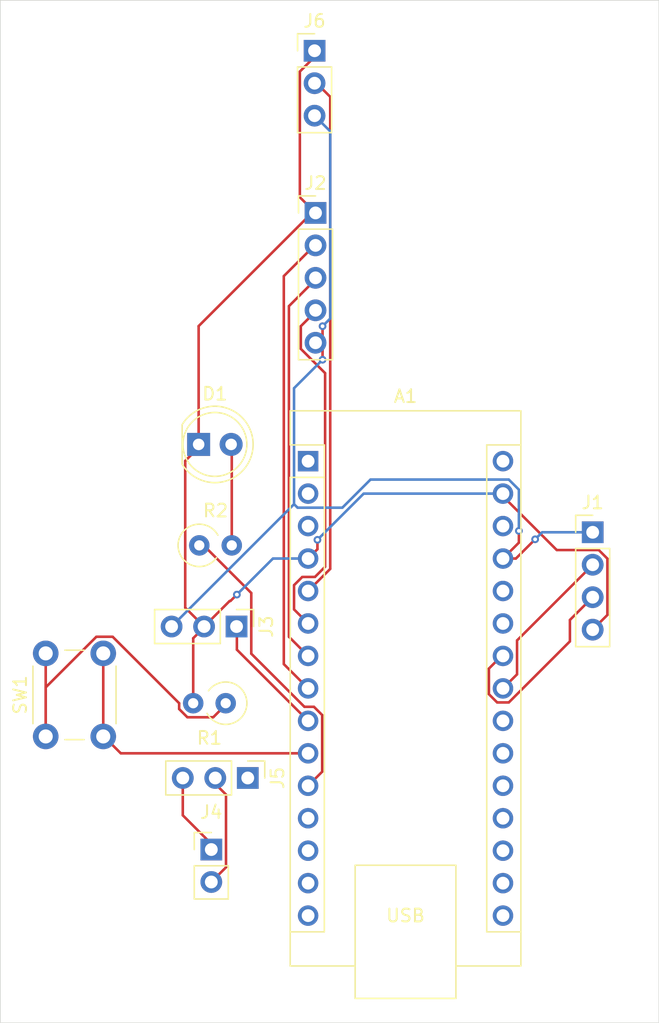
<source format=kicad_pcb>
(kicad_pcb (version 20240108) (generator "pcbnew") (generator_version "8.0")
  (layers (0 "F.Cu" signal) (31 "B.Cu" signal) (34 "B.Paste" user) (35 "F.Paste" user) (36 "B.SilkS" user "B.Silkscreen") (37 "F.SilkS" user "F.Silkscreen") (38 "B.Mask" user) (39 "F.Mask" user) (44 "Edge.Cuts" user))
  (net 0 "")
  (net 6 "Net-(A1-D7)")
  (net 9 "/DAT")
  (net 10 "Net-(A1-D8)")
  (net 11 "/RST")
  (net 12 "/SDA")
  (net 14 "/IN")
  (net 16 "/DATA")
  (net 18 "/CLK")
  (net 21 "/GND")
  (net 22 "/VCC")
  (net 29 "/SCL")
  (net 30 "Net-(D1-A)")
  (net 31 "/COM")
  (net 32 "/NO")
  (net 33 "/NC")
  (net 34 "Net-(R1-Pad1)")
  (footprint "Connector_PinHeader_2.54mm:PinHeader_1x02_P2.54mm_Vertical" (layer "F.Cu") (at 120.5 111.95)
    (property "Reference" "J4" (at 0 -2.925 0) (layer "F.SilkS"))
    (property "Value" "ScrewTerminal")
    (fp_line (start -1.33 -1.33) (end 0 -1.33) (stroke (width 0.12)) (layer "F.SilkS"))
    (fp_line (start -1.33 0) (end -1.33 -1.33) (stroke (width 0.12)) (layer "F.SilkS"))
    (fp_line (start -1.33 1.27) (end -1.33 3.87) (stroke (width 0.12)) (layer "F.SilkS"))
    (fp_line (start -1.33 1.27) (end 1.33 1.27) (stroke (width 0.12)) (layer "F.SilkS"))
    (fp_line (start -1.33 3.87) (end 1.33 3.87) (stroke (width 0.12)) (layer "F.SilkS"))
    (fp_line (start 1.33 1.27) (end 1.33 3.87) (stroke (width 0.12)) (layer "F.SilkS"))
    (pad "1" thru_hole rect (at 0 0) (size 1.7 1.7) (drill 1) (layers "*.Cu" "*.Mask") (net 31 "/COM"))
    (pad "2" thru_hole oval (at 0 2.54) (size 1.7 1.7) (drill 1) (layers "*.Cu" "*.Mask") (net 32 "/NO"))
  )
  (footprint "Resistor_THT:R_Axial_DIN0309_L9.0mm_D3.2mm_P2.54mm_Vertical" (layer "F.Cu") (at 121.625 100.5 180)
    (property "Reference" "R1" (at 1.27 -2.72 360) (layer "F.SilkS"))
    (property "Value" "10k")
    (fp_arc (start 1.344775 0.97138) (mid -1.655812 -0.101418) (end 1.453272 -0.8) (stroke (width 0.12)) (layer "F.SilkS"))
    (pad "1" thru_hole circle (at 0 0 180) (size 1.6 1.6) (drill 0.8) (layers "*.Cu" "*.Mask") (net 34 "Net-(R1-Pad1)"))
    (pad "2" thru_hole oval (at 2.54 0 180) (size 1.6 1.6) (drill 0.8) (layers "*.Cu" "*.Mask") (net 21 "/GND"))
  )
  (footprint "Connector_PinHeader_2.54mm:PinHeader_1x03_P2.54mm_Vertical" (layer "F.Cu") (at 123.35 106.35 -90)
    (property "Reference" "J5" (at 0 -2.33 90) (layer "F.SilkS"))
    (property "Value" "relay_contacts")
    (fp_line (start -1.33 6.41) (end 1.33 6.41) (stroke (width 0.12)) (layer "F.SilkS"))
    (fp_line (start -1.33 1.27) (end -1.33 6.41) (stroke (width 0.12)) (layer "F.SilkS"))
    (fp_line (start -1.33 1.27) (end 1.33 1.27) (stroke (width 0.12)) (layer "F.SilkS"))
    (fp_line (start 1.33 1.27) (end 1.33 6.41) (stroke (width 0.12)) (layer "F.SilkS"))
    (fp_line (start -1.33 0) (end -1.33 -1.33) (stroke (width 0.12)) (layer "F.SilkS"))
    (fp_line (start -1.33 -1.33) (end 0 -1.33) (stroke (width 0.12)) (layer "F.SilkS"))
    (pad "1" thru_hole rect (at 0 0 270) (size 1.7 1.7) (drill 1) (layers "*.Cu" "*.Mask") (net 33 "/NC"))
    (pad "2" thru_hole oval (at 0 2.54 270) (size 1.7 1.7) (drill 1) (layers "*.Cu" "*.Mask") (net 32 "/NO"))
    (pad "3" thru_hole oval (at 0 5.08 270) (size 1.7 1.7) (drill 1) (layers "*.Cu" "*.Mask") (net 31 "/COM"))
  )
  (footprint "Connector_PinHeader_2.54mm:PinHeader_1x03_P2.54mm_Vertical" (layer "F.Cu") (at 122.475 94.5 -90)
    (property "Reference" "J3" (at 0 -2.33 90) (layer "F.SilkS"))
    (property "Value" "relay")
    (fp_line (start -1.33 6.41) (end 1.33 6.41) (stroke (width 0.12)) (layer "F.SilkS"))
    (fp_line (start -1.33 1.27) (end -1.33 6.41) (stroke (width 0.12)) (layer "F.SilkS"))
    (fp_line (start -1.33 1.27) (end 1.33 1.27) (stroke (width 0.12)) (layer "F.SilkS"))
    (fp_line (start 1.33 1.27) (end 1.33 6.41) (stroke (width 0.12)) (layer "F.SilkS"))
    (fp_line (start -1.33 0) (end -1.33 -1.33) (stroke (width 0.12)) (layer "F.SilkS"))
    (fp_line (start -1.33 -1.33) (end 0 -1.33) (stroke (width 0.12)) (layer "F.SilkS"))
    (pad "1" thru_hole rect (at 0 0 270) (size 1.7 1.7) (drill 1) (layers "*.Cu" "*.Mask") (net 14 "/IN"))
    (pad "2" thru_hole oval (at 0 2.54 270) (size 1.7 1.7) (drill 1) (layers "*.Cu" "*.Mask") (net 21 "/GND"))
    (pad "3" thru_hole oval (at 0 5.08 270) (size 1.7 1.7) (drill 1) (layers "*.Cu" "*.Mask") (net 22 "/VCC"))
  )
  (footprint "Connector_PinHeader_2.54mm:PinHeader_1x03_P2.54mm_Vertical" (layer "F.Cu") (at 128.575 49.445)
    (property "Reference" "J6" (at 0 -2.33 0) (layer "F.SilkS"))
    (property "Value" "temp")
    (fp_line (start -1.33 -1.33) (end 0 -1.33) (stroke (width 0.12)) (layer "F.SilkS"))
    (fp_line (start -1.33 0) (end -1.33 -1.33) (stroke (width 0.12)) (layer "F.SilkS"))
    (fp_line (start -1.33 1.27) (end -1.33 6.41) (stroke (width 0.12)) (layer "F.SilkS"))
    (fp_line (start -1.33 1.27) (end 1.33 1.27) (stroke (width 0.12)) (layer "F.SilkS"))
    (fp_line (start -1.33 6.41) (end 1.33 6.41) (stroke (width 0.12)) (layer "F.SilkS"))
    (fp_line (start 1.33 1.27) (end 1.33 6.41) (stroke (width 0.12)) (layer "F.SilkS"))
    (pad "1" thru_hole rect (at 0 0) (size 1.7 1.7) (drill 1) (layers "*.Cu" "*.Mask") (net 21 "/GND"))
    (pad "2" thru_hole oval (at 0 2.54) (size 1.7 1.7) (drill 1) (layers "*.Cu" "*.Mask") (net 16 "/DATA"))
    (pad "3" thru_hole oval (at 0 5.08) (size 1.7 1.7) (drill 1) (layers "*.Cu" "*.Mask") (net 22 "/VCC"))
  )
  (footprint "Resistor_THT:R_Axial_DIN0309_L9.0mm_D3.2mm_P2.54mm_Vertical" (layer "F.Cu") (at 119.56 88.15)
    (property "Reference" "R2" (at 1.27 -2.72 0) (layer "F.SilkS"))
    (property "Value" "330R")
    (fp_arc (start 1.344775 0.97138) (mid -1.655812 -0.101418) (end 1.453272 -0.8) (stroke (width 0.12)) (layer "F.SilkS"))
    (pad "1" thru_hole circle (at 0 0) (size 1.6 1.6) (drill 0.8) (layers "*.Cu" "*.Mask") (net 10 "Net-(A1-D8)"))
    (pad "2" thru_hole oval (at 2.54 0) (size 1.6 1.6) (drill 0.8) (layers "*.Cu" "*.Mask") (net 30 "Net-(D1-A)"))
  )
  (footprint "Module:Arduino_Nano" (layer "F.Cu") (at 128.07 81.56)
    (property "Reference" "A1" (at 7.62 -5.08 0) (layer "F.SilkS"))
    (property "Value" "Arduino_Nano_Every")
    (fp_line (start -1.4 -3.94) (end -1.4 -1.27) (stroke (width 0.12)) (layer "F.SilkS"))
    (fp_line (start -1.4 1.27) (end -1.4 39.5) (stroke (width 0.12)) (layer "F.SilkS"))
    (fp_line (start -1.4 39.5) (end 3.68 39.5) (stroke (width 0.12)) (layer "F.SilkS"))
    (fp_line (start 1.27 -1.27) (end -1.4 -1.27) (stroke (width 0.12)) (layer "F.SilkS"))
    (fp_line (start 1.27 1.27) (end -1.4 1.27) (stroke (width 0.12)) (layer "F.SilkS"))
    (fp_line (start 1.27 1.27) (end 1.27 -1.27) (stroke (width 0.12)) (layer "F.SilkS"))
    (fp_line (start 1.27 1.27) (end 1.27 36.83) (stroke (width 0.12)) (layer "F.SilkS"))
    (fp_line (start 1.27 36.83) (end -1.4 36.83) (stroke (width 0.12)) (layer "F.SilkS"))
    (fp_line (start 3.68 31.62) (end 11.56 31.62) (stroke (width 0.12)) (layer "F.SilkS"))
    (fp_line (start 3.68 42.04) (end 3.68 31.62) (stroke (width 0.12)) (layer "F.SilkS"))
    (fp_line (start 11.56 31.62) (end 11.56 42.04) (stroke (width 0.12)) (layer "F.SilkS"))
    (fp_line (start 11.56 42.04) (end 3.68 42.04) (stroke (width 0.12)) (layer "F.SilkS"))
    (fp_line (start 13.97 -1.27) (end 13.97 36.83) (stroke (width 0.12)) (layer "F.SilkS"))
    (fp_line (start 13.97 -1.27) (end 16.64 -1.27) (stroke (width 0.12)) (layer "F.SilkS"))
    (fp_line (start 13.97 36.83) (end 16.64 36.83) (stroke (width 0.12)) (layer "F.SilkS"))
    (fp_line (start 16.64 -3.94) (end -1.4 -3.94) (stroke (width 0.12)) (layer "F.SilkS"))
    (fp_line (start 16.64 39.5) (end 11.56 39.5) (stroke (width 0.12)) (layer "F.SilkS"))
    (fp_line (start 16.64 39.5) (end 16.64 -3.94) (stroke (width 0.12)) (layer "F.SilkS"))
    (fp_text user "USB" (at 7.62 35.56 0) (layer "F.SilkS"))
    (pad "1" thru_hole rect (at 0 0) (size 1.6 1.6) (drill 1) (layers "*.Cu" "*.Mask"))
    (pad "2" thru_hole oval (at 0 2.54) (size 1.6 1.6) (drill 1) (layers "*.Cu" "*.Mask"))
    (pad "3" thru_hole oval (at 0 5.08) (size 1.6 1.6) (drill 1) (layers "*.Cu" "*.Mask"))
    (pad "4" thru_hole oval (at 0 7.62) (size 1.6 1.6) (drill 1) (layers "*.Cu" "*.Mask") (net 21 "/GND"))
    (pad "5" thru_hole oval (at 0 10.16) (size 1.6 1.6) (drill 1) (layers "*.Cu" "*.Mask") (net 16 "/DATA"))
    (pad "6" thru_hole oval (at 0 12.7) (size 1.6 1.6) (drill 1) (layers "*.Cu" "*.Mask") (net 18 "/CLK"))
    (pad "7" thru_hole oval (at 0 15.24) (size 1.6 1.6) (drill 1) (layers "*.Cu" "*.Mask") (net 9 "/DAT"))
    (pad "8" thru_hole oval (at 0 17.78) (size 1.6 1.6) (drill 1) (layers "*.Cu" "*.Mask") (net 11 "/RST"))
    (pad "9" thru_hole oval (at 0 20.32) (size 1.6 1.6) (drill 1) (layers "*.Cu" "*.Mask") (net 14 "/IN"))
    (pad "10" thru_hole oval (at 0 22.86) (size 1.6 1.6) (drill 1) (layers "*.Cu" "*.Mask") (net 6 "Net-(A1-D7)"))
    (pad "11" thru_hole oval (at 0 25.4) (size 1.6 1.6) (drill 1) (layers "*.Cu" "*.Mask") (net 10 "Net-(A1-D8)"))
    (pad "12" thru_hole oval (at 0 27.94) (size 1.6 1.6) (drill 1) (layers "*.Cu" "*.Mask"))
    (pad "13" thru_hole oval (at 0 30.48) (size 1.6 1.6) (drill 1) (layers "*.Cu" "*.Mask"))
    (pad "14" thru_hole oval (at 0 33.02) (size 1.6 1.6) (drill 1) (layers "*.Cu" "*.Mask"))
    (pad "15" thru_hole oval (at 0 35.56) (size 1.6 1.6) (drill 1) (layers "*.Cu" "*.Mask"))
    (pad "16" thru_hole oval (at 15.24 35.56) (size 1.6 1.6) (drill 1) (layers "*.Cu" "*.Mask"))
    (pad "17" thru_hole oval (at 15.24 33.02) (size 1.6 1.6) (drill 1) (layers "*.Cu" "*.Mask"))
    (pad "18" thru_hole oval (at 15.24 30.48) (size 1.6 1.6) (drill 1) (layers "*.Cu" "*.Mask"))
    (pad "19" thru_hole oval (at 15.24 27.94) (size 1.6 1.6) (drill 1) (layers "*.Cu" "*.Mask"))
    (pad "20" thru_hole oval (at 15.24 25.4) (size 1.6 1.6) (drill 1) (layers "*.Cu" "*.Mask"))
    (pad "21" thru_hole oval (at 15.24 22.86) (size 1.6 1.6) (drill 1) (layers "*.Cu" "*.Mask"))
    (pad "22" thru_hole oval (at 15.24 20.32) (size 1.6 1.6) (drill 1) (layers "*.Cu" "*.Mask"))
    (pad "23" thru_hole oval (at 15.24 17.78) (size 1.6 1.6) (drill 1) (layers "*.Cu" "*.Mask") (net 12 "/SDA"))
    (pad "24" thru_hole oval (at 15.24 15.24) (size 1.6 1.6) (drill 1) (layers "*.Cu" "*.Mask") (net 29 "/SCL"))
    (pad "25" thru_hole oval (at 15.24 12.7) (size 1.6 1.6) (drill 1) (layers "*.Cu" "*.Mask"))
    (pad "26" thru_hole oval (at 15.24 10.16) (size 1.6 1.6) (drill 1) (layers "*.Cu" "*.Mask"))
    (pad "27" thru_hole oval (at 15.24 7.62) (size 1.6 1.6) (drill 1) (layers "*.Cu" "*.Mask") (net 22 "/VCC"))
    (pad "28" thru_hole oval (at 15.24 5.08) (size 1.6 1.6) (drill 1) (layers "*.Cu" "*.Mask"))
    (pad "29" thru_hole oval (at 15.24 2.54) (size 1.6 1.6) (drill 1) (layers "*.Cu" "*.Mask") (net 21 "/GND"))
    (pad "30" thru_hole oval (at 15.24 0) (size 1.6 1.6) (drill 1) (layers "*.Cu" "*.Mask"))
  )
  (footprint "Button_Switch_THT:SW_PUSH_6mm" (layer "F.Cu") (at 107.55 103.1 90)
    (property "Reference" "SW1" (at 3.25 -2 90) (layer "F.SilkS"))
    (property "Value" "SW_Push")
    (fp_line (start 5.5 -1) (end 1 -1) (stroke (width 0.12)) (layer "F.SilkS"))
    (fp_line (start -0.25 1.5) (end -0.25 3) (stroke (width 0.12)) (layer "F.SilkS"))
    (fp_line (start 6.75 3) (end 6.75 1.5) (stroke (width 0.12)) (layer "F.SilkS"))
    (fp_line (start 1 5.5) (end 5.5 5.5) (stroke (width 0.12)) (layer "F.SilkS"))
    (pad "1" thru_hole circle (at 0 0 180) (size 2 2) (drill 1.1) (layers "*.Cu" "*.Mask") (net 34 "Net-(R1-Pad1)"))
    (pad "1" thru_hole circle (at 6.5 0 180) (size 2 2) (drill 1.1) (layers "*.Cu" "*.Mask") (net 34 "Net-(R1-Pad1)"))
    (pad "2" thru_hole circle (at 0 4.5 180) (size 2 2) (drill 1.1) (layers "*.Cu" "*.Mask") (net 6 "Net-(A1-D7)"))
    (pad "2" thru_hole circle (at 6.5 4.5 180) (size 2 2) (drill 1.1) (layers "*.Cu" "*.Mask") (net 6 "Net-(A1-D7)"))
  )
  (footprint "Connector_PinHeader_2.54mm:PinHeader_1x04_P2.54mm_Vertical" (layer "F.Cu") (at 150.325 87.125)
    (property "Reference" "J1" (at 0 -2.33 0) (layer "F.SilkS"))
    (property "Value" "Conn_01x04")
    (fp_line (start -1.33 -1.33) (end 0 -1.33) (stroke (width 0.12)) (layer "F.SilkS"))
    (fp_line (start -1.33 0) (end -1.33 -1.33) (stroke (width 0.12)) (layer "F.SilkS"))
    (fp_line (start -1.33 1.27) (end -1.33 8.95) (stroke (width 0.12)) (layer "F.SilkS"))
    (fp_line (start -1.33 1.27) (end 1.33 1.27) (stroke (width 0.12)) (layer "F.SilkS"))
    (fp_line (start -1.33 8.95) (end 1.33 8.95) (stroke (width 0.12)) (layer "F.SilkS"))
    (fp_line (start 1.33 1.27) (end 1.33 8.95) (stroke (width 0.12)) (layer "F.SilkS"))
    (pad "1" thru_hole rect (at 0 0) (size 1.7 1.7) (drill 1) (layers "*.Cu" "*.Mask") (net 22 "/VCC"))
    (pad "2" thru_hole oval (at 0 2.54) (size 1.7 1.7) (drill 1) (layers "*.Cu" "*.Mask") (net 12 "/SDA"))
    (pad "3" thru_hole oval (at 0 5.08) (size 1.7 1.7) (drill 1) (layers "*.Cu" "*.Mask") (net 29 "/SCL"))
    (pad "4" thru_hole oval (at 0 7.62) (size 1.7 1.7) (drill 1) (layers "*.Cu" "*.Mask") (net 21 "/GND"))
  )
  (footprint "LED_THT:LED_D5.0mm" (layer "F.Cu") (at 119.51 80.25)
    (property "Reference" "D1" (at 1.27 -3.96 0) (layer "F.SilkS"))
    (property "Value" "LED")
    (fp_line (start -1.29 -1.545) (end -1.29 1.545) (stroke (width 0.12)) (layer "F.SilkS"))
    (fp_arc (start -1.29 -1.54483) (mid 2.071756 -2.880501) (end 4.26 -0.000048) (stroke (width 0.12)) (layer "F.SilkS"))
    (fp_arc (start 4.26 0.000048) (mid 2.071756 2.880501) (end -1.29 1.54483) (stroke (width 0.12)) (layer "F.SilkS"))
    (fp_circle (center 1.27 0) (end 3.77 0) (stroke (width 0.12)) (fill none) (layer "F.SilkS"))
    (pad "1" thru_hole rect (at 0 0) (size 1.8 1.8) (drill 0.9) (layers "*.Cu" "*.Mask") (net 21 "/GND"))
    (pad "2" thru_hole circle (at 2.54 0) (size 1.8 1.8) (drill 0.9) (layers "*.Cu" "*.Mask") (net 30 "Net-(D1-A)"))
  )
  (footprint "Connector_PinHeader_2.54mm:PinHeader_1x05_P2.54mm_Vertical" (layer "F.Cu") (at 128.65 62.135)
    (property "Reference" "J2" (at 0 -2.33 0) (layer "F.SilkS"))
    (property "Value" "clock")
    (fp_line (start -1.33 -1.33) (end 0 -1.33) (stroke (width 0.12)) (layer "F.SilkS"))
    (fp_line (start -1.33 0) (end -1.33 -1.33) (stroke (width 0.12)) (layer "F.SilkS"))
    (fp_line (start -1.33 1.27) (end -1.33 11.49) (stroke (width 0.12)) (layer "F.SilkS"))
    (fp_line (start -1.33 1.27) (end 1.33 1.27) (stroke (width 0.12)) (layer "F.SilkS"))
    (fp_line (start -1.33 11.49) (end 1.33 11.49) (stroke (width 0.12)) (layer "F.SilkS"))
    (fp_line (start 1.33 1.27) (end 1.33 11.49) (stroke (width 0.12)) (layer "F.SilkS"))
    (pad "1" thru_hole rect (at 0 0) (size 1.7 1.7) (drill 1) (layers "*.Cu" "*.Mask") (net 21 "/GND"))
    (pad "2" thru_hole oval (at 0 2.54) (size 1.7 1.7) (drill 1) (layers "*.Cu" "*.Mask") (net 11 "/RST"))
    (pad "3" thru_hole oval (at 0 5.08) (size 1.7 1.7) (drill 1) (layers "*.Cu" "*.Mask") (net 9 "/DAT"))
    (pad "4" thru_hole oval (at 0 7.62) (size 1.7 1.7) (drill 1) (layers "*.Cu" "*.Mask") (net 18 "/CLK"))
    (pad "5" thru_hole oval (at 0 10.16) (size 1.7 1.7) (drill 1) (layers "*.Cu" "*.Mask") (net 22 "/VCC"))
  )
  (gr_rect (start 104 45.5) (end 155.5 125.5) (stroke (width 0.05)) (fill none) (layer "Edge.Cuts"))
  (segment (start 113.42 104.42) (end 112.25 103.25) (width 0.2) (layer "F.Cu") (net 6))
  (segment (start 112.05 96.8) (end 111.75 96.5) (width 0.2) (layer "F.Cu") (net 6))
  (segment (start 112.05 103.1) (end 112.05 96.8) (width 0.2) (layer "F.Cu") (net 6))
  (segment (start 128.07 104.42) (end 113.42 104.42) (width 0.2) (layer "F.Cu") (net 6))
  (segment (start 126.57 95.3) (end 126.57 69.43) (width 0.2) (layer "F.Cu") (net 9))
  (segment (start 128.07 96.8) (end 126.57 95.3) (width 0.2) (layer "F.Cu") (net 9))
  (segment (start 126.57 69.43) (end 128.75 67.25) (width 0.2) (layer "F.Cu") (net 9))
  (segment (start 127.78 100.78) (end 123.625 96.625) (width 0.2) (layer "F.Cu") (net 10))
  (segment (start 129.17 105.86) (end 129.17 101.424365) (width 0.2) (layer "F.Cu") (net 10))
  (segment (start 129.17 101.424365) (end 128.525635 100.78) (width 0.2) (layer "F.Cu") (net 10))
  (segment (start 128.07 106.96) (end 129.17 105.86) (width 0.2) (layer "F.Cu") (net 10))
  (segment (start 123.625 91.875) (end 119.5 87.75) (width 0.2) (layer "F.Cu") (net 10))
  (segment (start 128.525635 100.78) (end 127.78 100.78) (width 0.2) (layer "F.Cu") (net 10))
  (segment (start 123.625 96.625) (end 123.625 91.875) (width 0.2) (layer "F.Cu") (net 10))
  (segment (start 128.07 99.34) (end 126.17 97.44) (width 0.2) (layer "F.Cu") (net 11))
  (segment (start 126.17 97.44) (end 126.17 67.08) (width 0.2) (layer "F.Cu") (net 11))
  (segment (start 126.17 67.08) (end 128.75 64.5) (width 0.2) (layer "F.Cu") (net 11))
  (segment (start 144.41 98.24) (end 144.41 95.59) (width 0.2) (layer "F.Cu") (net 12))
  (segment (start 143.31 99.34) (end 144.41 98.24) (width 0.2) (layer "F.Cu") (net 12))
  (segment (start 144.41 95.59) (end 150.5 89.5) (width 0.2) (layer "F.Cu") (net 12))
  (segment (start 128.07 101.88) (end 122.5 96.31) (width 0.2) (layer "F.Cu") (net 14))
  (segment (start 122.5 96.31) (end 122.5 94) (width 0.2) (layer "F.Cu") (net 14))
  (segment (start 129.8 53.05) (end 128.75 52) (width 0.2) (layer "F.Cu") (net 16))
  (segment (start 129.8 89.99) (end 129.8 53.05) (width 0.2) (layer "F.Cu") (net 16))
  (segment (start 128.07 91.72) (end 129.8 89.99) (width 0.2) (layer "F.Cu") (net 16))
  (segment (start 126.97 91.264365) (end 127.614365 90.62) (width 0.2) (layer "F.Cu") (net 18))
  (segment (start 127.614365 90.62) (end 128.604314 90.62) (width 0.2) (layer "F.Cu") (net 18))
  (segment (start 128.604314 90.62) (end 129.4 89.824314) (width 0.2) (layer "F.Cu") (net 18))
  (segment (start 129.4 89.824314) (end 129.4 74.671346) (width 0.2) (layer "F.Cu") (net 18))
  (segment (start 127.5 71) (end 128.5 70) (width 0.2) (layer "F.Cu") (net 18))
  (segment (start 127.5 72.771346) (end 127.5 71) (width 0.2) (layer "F.Cu") (net 18))
  (segment (start 128.07 94.26) (end 126.97 93.16) (width 0.2) (layer "F.Cu") (net 18))
  (segment (start 129.4 74.671346) (end 127.5 72.771346) (width 0.2) (layer "F.Cu") (net 18))
  (segment (start 126.97 93.16) (end 126.97 91.264365) (width 0.2) (layer "F.Cu") (net 18))
  (segment (start 122 92.5) (end 121.935 92.5) (width 0.2) (layer "F.Cu") (net 21))
  (segment (start 151.475 93.595) (end 151.475 89.188654) (width 0.2) (layer "F.Cu") (net 21))
  (segment (start 128.8 87.715686) (end 128.8 88.45) (width 0.2) (layer "F.Cu") (net 21))
  (segment (start 119.935 94.5) (end 118.46 93.025) (width 0.2) (layer "F.Cu") (net 21))
  (segment (start 127.425 51.075) (end 128.5 50) (width 0.2) (layer "F.Cu") (net 21))
  (segment (start 118.46 93.025) (end 118.46 81.54) (width 0.2) (layer "F.Cu") (net 21))
  (segment (start 128.65 62.135) (end 127.425 60.91) (width 0.2) (layer "F.Cu") (net 21))
  (segment (start 150.801346 88.515) (end 147.515 88.515) (width 0.2) (layer "F.Cu") (net 21))
  (segment (start 122.5 92) (end 122 92.5) (width 0.2) (layer "F.Cu") (net 21))
  (segment (start 119.085 100.5) (end 119.085 95.415) (width 0.2) (layer "F.Cu") (net 21))
  (segment (start 128.8 88.45) (end 128.07 89.18) (width 0.2) (layer "F.Cu") (net 21))
  (segment (start 118.46 81.54) (end 119.5 80.5) (width 0.2) (layer "F.Cu") (net 21))
  (segment (start 150.325 94.745) (end 151.475 93.595) (width 0.2) (layer "F.Cu") (net 21))
  (segment (start 147.515 88.515) (end 143 84) (width 0.2) (layer "F.Cu") (net 21))
  (segment (start 119.51 70.99) (end 128.5 62) (width 0.2) (layer "F.Cu") (net 21))
  (segment (start 151.475 89.188654) (end 150.801346 88.515) (width 0.2) (layer "F.Cu") (net 21))
  (segment (start 119.085 95.415) (end 120 94.5) (width 0.2) (layer "F.Cu") (net 21))
  (segment (start 127.425 60.91) (end 127.425 51.075) (width 0.2) (layer "F.Cu") (net 21))
  (segment (start 119.51 80.25) (end 119.51 70.99) (width 0.2) (layer "F.Cu") (net 21))
  (segment (start 121.935 92.5) (end 119.935 94.5) (width 0.2) (layer "F.Cu") (net 21))
  (via (at 122.5 92) (size 0.6) (drill 0.3) (layers "F.Cu" "B.Cu") (net 21))
  (via (at 128.8 87.715686) (size 0.6) (drill 0.3) (layers "F.Cu" "B.Cu") (net 21))
  (segment (start 125.32 89.18) (end 122.5 92) (width 0.2) (layer "B.Cu") (net 21))
  (segment (start 143.31 84.1) (end 132.415686 84.1) (width 0.2) (layer "B.Cu") (net 21))
  (segment (start 132.415686 84.1) (end 128.8 87.715686) (width 0.2) (layer "B.Cu") (net 21))
  (segment (start 128.07 89.18) (end 125.32 89.18) (width 0.2) (layer "B.Cu") (net 21))
  (segment (start 144.32 89.18) (end 143.31 89.18) (width 0.2) (layer "F.Cu") (net 22))
  (segment (start 129.2 73.622819) (end 129.2 72.845) (width 0.2) (layer "F.Cu") (net 22))
  (segment (start 129.2 71) (end 129.2 71.745) (width 0.2) (layer "F.Cu") (net 22))
  (segment (start 144.55431 87.93569) (end 143.31 89.18) (width 0.2) (layer "F.Cu") (net 22))
  (segment (start 145.825735 87.674265) (end 144.32 89.18) (width 0.2) (layer "F.Cu") (net 22))
  (segment (start 144.55431 87.01643) (end 144.55431 87.93569) (width 0.2) (layer "F.Cu") (net 22))
  (segment (start 129.2 72.845) (end 128.65 72.295) (width 0.2) (layer "F.Cu") (net 22))
  (segment (start 129.2 71.745) (end 128.65 72.295) (width 0.2) (layer "F.Cu") (net 22))
  (via (at 129.2 73.622819) (size 0.6) (drill 0.3) (layers "F.Cu" "B.Cu") (net 22))
  (via (at 144.55431 87.01643) (size 0.6) (drill 0.3) (layers "F.Cu" "B.Cu") (net 22))
  (via (at 129.2 71) (size 0.6) (drill 0.3) (layers "F.Cu" "B.Cu") (net 22))
  (via (at 145.825735 87.674265) (size 0.6) (drill 0.3) (layers "F.Cu" "B.Cu") (net 22))
  (segment (start 144.55431 83.788675) (end 144.55431 87.01643) (width 0.2) (layer "B.Cu") (net 22))
  (segment (start 126.97 84.925) (end 126.97 75.852819) (width 0.2) (layer "B.Cu") (net 22))
  (segment (start 150.325 87.125) (end 146.375 87.125) (width 0.2) (layer "B.Cu") (net 22))
  (segment (start 129.8 55.75) (end 129.8 70.4) (width 0.2) (layer "B.Cu") (net 22))
  (segment (start 117.395 94.5) (end 126.97 84.925) (width 0.2) (layer "B.Cu") (net 22))
  (segment (start 128.575 54.525) (end 129.8 55.75) (width 0.2) (layer "B.Cu") (net 22))
  (segment (start 143.765635 83) (end 144.55431 83.788675) (width 0.2) (layer "B.Cu") (net 22))
  (segment (start 132.95 83) (end 143.765635 83) (width 0.2) (layer "B.Cu") (net 22))
  (segment (start 146.375 87.125) (end 145.825735 87.674265) (width 0.2) (layer "B.Cu") (net 22))
  (segment (start 127.245 85.2) (end 130.75 85.2) (width 0.2) (layer "B.Cu") (net 22))
  (segment (start 129.8 70.4) (end 129.2 71) (width 0.2) (layer "B.Cu") (net 22))
  (segment (start 126.97 84.925) (end 127.245 85.2) (width 0.2) (layer "B.Cu") (net 22))
  (segment (start 126.97 75.852819) (end 129.2 73.622819) (width 0.2) (layer "B.Cu") (net 22))
  (segment (start 130.75 85.2) (end 132.95 83) (width 0.2) (layer "B.Cu") (net 22))
  (segment (start 142.21 97.79) (end 143.25 96.75) (width 0.2) (layer "F.Cu") (net 29))
  (segment (start 142.21 99.795635) (end 142.21 97.79) (width 0.2) (layer "F.Cu") (net 29))
  (segment (start 148.545 93.985) (end 148.545 95.660635) (width 0.2) (layer "F.Cu") (net 29))
  (segment (start 143.765635 100.44) (end 142.854365 100.44) (width 0.2) (layer "F.Cu") (net 29))
  (segment (start 148.545 95.660635) (end 143.765635 100.44) (width 0.2) (layer "F.Cu") (net 29))
  (segment (start 142.854365 100.44) (end 142.21 99.795635) (width 0.2) (layer "F.Cu") (net 29))
  (segment (start 150.325 92.205) (end 148.545 93.985) (width 0.2) (layer "F.Cu") (net 29))
  (segment (start 122.1 88.15) (end 122.1 80.35) (width 0.2) (layer "F.Cu") (net 30))
  (segment (start 122.1 80.35) (end 122 80.25) (width 0.2) (layer "F.Cu") (net 30))
  (segment (start 118.27 106.35) (end 118.27 109.27) (width 0.2) (layer "F.Cu") (net 31))
  (segment (start 118.27 109.27) (end 120.75 111.75) (width 0.2) (layer "F.Cu") (net 31))
  (segment (start 121.65 113.34) (end 121.65 107.65) (width 0.2) (layer "F.Cu") (net 32))
  (segment (start 121.65 107.65) (end 120.5 106.5) (width 0.2) (layer "F.Cu") (net 32))
  (segment (start 120.5 114.49) (end 121.65 113.34) (width 0.2) (layer "F.Cu") (net 32))
  (segment (start 107.55 99.261522) (end 111.511522 95.3) (width 0.2) (layer "F.Cu") (net 34))
  (segment (start 118.629365 101.6) (end 120.65 101.6) (width 0.2) (layer "F.Cu") (net 34))
  (segment (start 117.985 100.5) (end 117.985 100.955635) (width 0.2) (layer "F.Cu") (net 34))
  (segment (start 107.55 103.1) (end 107.55 99.261522) (width 0.2) (layer "F.Cu") (net 34))
  (segment (start 107.55 103.2) (end 107.25 103.5) (width 0.2) (layer "F.Cu") (net 34))
  (segment (start 107.55 96.6) (end 107.55 103.2) (width 0.2) (layer "F.Cu") (net 34))
  (segment (start 117.985 100.955635) (end 118.629365 101.6) (width 0.2) (layer "F.Cu") (net 34))
  (segment (start 120.65 101.6) (end 121.75 100.5) (width 0.2) (layer "F.Cu") (net 34))
  (segment (start 112.785 95.3) (end 117.985 100.5) (width 0.2) (layer "F.Cu") (net 34))
  (segment (start 111.511522 95.3) (end 112.785 95.3) (width 0.2) (layer "F.Cu") (net 34))
)
</source>
